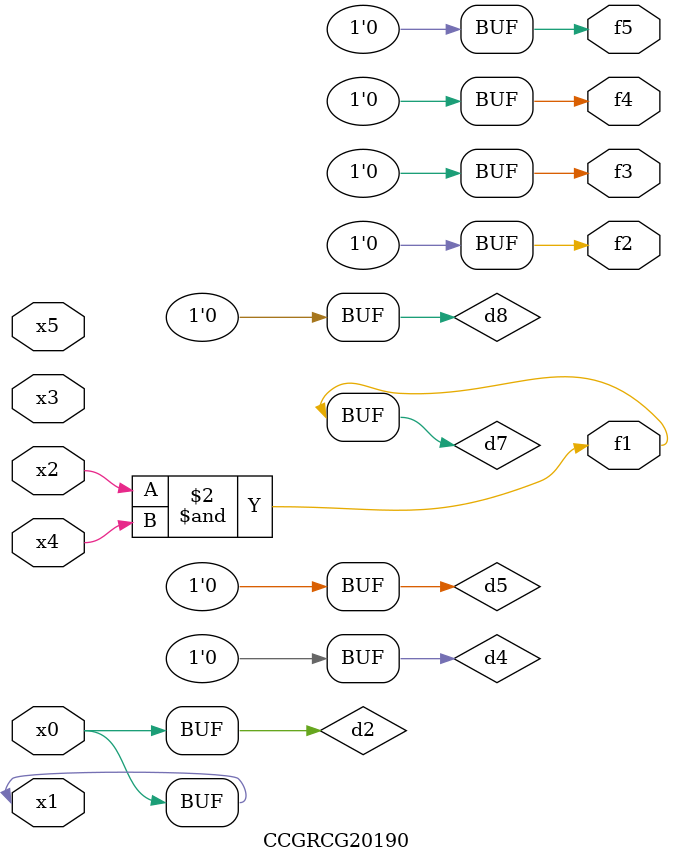
<source format=v>
module CCGRCG20190(
	input x0, x1, x2, x3, x4, x5,
	output f1, f2, f3, f4, f5
);

	wire d1, d2, d3, d4, d5, d6, d7, d8, d9;

	nand (d1, x1);
	buf (d2, x0, x1);
	nand (d3, x2, x4);
	and (d4, d1, d2);
	and (d5, d1, d2);
	nand (d6, d1, d3);
	not (d7, d3);
	xor (d8, d5);
	nor (d9, d5, d6);
	assign f1 = d7;
	assign f2 = d8;
	assign f3 = d8;
	assign f4 = d8;
	assign f5 = d8;
endmodule

</source>
